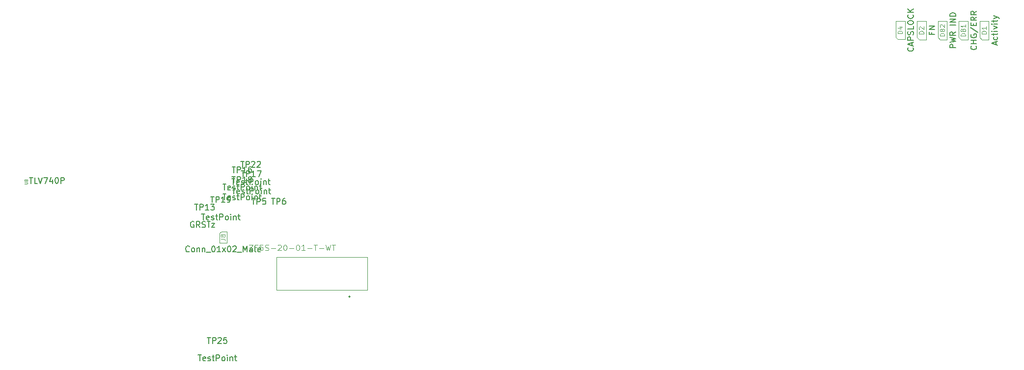
<source format=gbr>
%TF.GenerationSoftware,KiCad,Pcbnew,(5.99.0-9972-g9020611657)*%
%TF.CreationDate,2021-06-01T21:32:07-05:00*%
%TF.ProjectId,ti92revive,74693932-7265-4766-9976-652e6b696361,rev?*%
%TF.SameCoordinates,Original*%
%TF.FileFunction,AssemblyDrawing,Top*%
%FSLAX46Y46*%
G04 Gerber Fmt 4.6, Leading zero omitted, Abs format (unit mm)*
G04 Created by KiCad (PCBNEW (5.99.0-9972-g9020611657)) date 2021-06-01 21:32:07*
%MOMM*%
%LPD*%
G01*
G04 APERTURE LIST*
%ADD10C,0.015000*%
%ADD11C,0.150000*%
%ADD12C,0.114000*%
%ADD13C,0.120000*%
%ADD14C,0.075000*%
%ADD15C,0.200000*%
%ADD16C,0.100000*%
G04 APERTURE END LIST*
D10*
%TO.C,J6*%
X127629428Y-75572380D02*
X128296095Y-75572380D01*
X127629428Y-76572380D01*
X128296095Y-76572380D01*
X129010380Y-76048571D02*
X128677047Y-76048571D01*
X128677047Y-76572380D02*
X128677047Y-75572380D01*
X129153238Y-75572380D01*
X130010380Y-75572380D02*
X129534190Y-75572380D01*
X129486571Y-76048571D01*
X129534190Y-76000952D01*
X129629428Y-75953333D01*
X129867523Y-75953333D01*
X129962761Y-76000952D01*
X130010380Y-76048571D01*
X130058000Y-76143809D01*
X130058000Y-76381904D01*
X130010380Y-76477142D01*
X129962761Y-76524761D01*
X129867523Y-76572380D01*
X129629428Y-76572380D01*
X129534190Y-76524761D01*
X129486571Y-76477142D01*
X130438952Y-76524761D02*
X130581809Y-76572380D01*
X130819904Y-76572380D01*
X130915142Y-76524761D01*
X130962761Y-76477142D01*
X131010380Y-76381904D01*
X131010380Y-76286666D01*
X130962761Y-76191428D01*
X130915142Y-76143809D01*
X130819904Y-76096190D01*
X130629428Y-76048571D01*
X130534190Y-76000952D01*
X130486571Y-75953333D01*
X130438952Y-75858095D01*
X130438952Y-75762857D01*
X130486571Y-75667619D01*
X130534190Y-75620000D01*
X130629428Y-75572380D01*
X130867523Y-75572380D01*
X131010380Y-75620000D01*
X131438952Y-76191428D02*
X132200857Y-76191428D01*
X132629428Y-75667619D02*
X132677047Y-75620000D01*
X132772285Y-75572380D01*
X133010380Y-75572380D01*
X133105619Y-75620000D01*
X133153238Y-75667619D01*
X133200857Y-75762857D01*
X133200857Y-75858095D01*
X133153238Y-76000952D01*
X132581809Y-76572380D01*
X133200857Y-76572380D01*
X133819904Y-75572380D02*
X133915142Y-75572380D01*
X134010380Y-75620000D01*
X134058000Y-75667619D01*
X134105619Y-75762857D01*
X134153238Y-75953333D01*
X134153238Y-76191428D01*
X134105619Y-76381904D01*
X134058000Y-76477142D01*
X134010380Y-76524761D01*
X133915142Y-76572380D01*
X133819904Y-76572380D01*
X133724666Y-76524761D01*
X133677047Y-76477142D01*
X133629428Y-76381904D01*
X133581809Y-76191428D01*
X133581809Y-75953333D01*
X133629428Y-75762857D01*
X133677047Y-75667619D01*
X133724666Y-75620000D01*
X133819904Y-75572380D01*
X134581809Y-76191428D02*
X135343714Y-76191428D01*
X136010380Y-75572380D02*
X136105619Y-75572380D01*
X136200857Y-75620000D01*
X136248476Y-75667619D01*
X136296095Y-75762857D01*
X136343714Y-75953333D01*
X136343714Y-76191428D01*
X136296095Y-76381904D01*
X136248476Y-76477142D01*
X136200857Y-76524761D01*
X136105619Y-76572380D01*
X136010380Y-76572380D01*
X135915142Y-76524761D01*
X135867523Y-76477142D01*
X135819904Y-76381904D01*
X135772285Y-76191428D01*
X135772285Y-75953333D01*
X135819904Y-75762857D01*
X135867523Y-75667619D01*
X135915142Y-75620000D01*
X136010380Y-75572380D01*
X137296095Y-76572380D02*
X136724666Y-76572380D01*
X137010380Y-76572380D02*
X137010380Y-75572380D01*
X136915142Y-75715238D01*
X136819904Y-75810476D01*
X136724666Y-75858095D01*
X137724666Y-76191428D02*
X138486571Y-76191428D01*
X138819904Y-75572380D02*
X139391333Y-75572380D01*
X139105619Y-76572380D02*
X139105619Y-75572380D01*
X139724666Y-76191428D02*
X140486571Y-76191428D01*
X140867523Y-75572380D02*
X141105619Y-76572380D01*
X141296095Y-75858095D01*
X141486571Y-76572380D01*
X141724666Y-75572380D01*
X141962761Y-75572380D02*
X142534190Y-75572380D01*
X142248476Y-76572380D02*
X142248476Y-75572380D01*
D11*
%TO.C,J8*%
X117366666Y-76717142D02*
X117319047Y-76764761D01*
X117176190Y-76812380D01*
X117080952Y-76812380D01*
X116938095Y-76764761D01*
X116842857Y-76669523D01*
X116795238Y-76574285D01*
X116747619Y-76383809D01*
X116747619Y-76240952D01*
X116795238Y-76050476D01*
X116842857Y-75955238D01*
X116938095Y-75860000D01*
X117080952Y-75812380D01*
X117176190Y-75812380D01*
X117319047Y-75860000D01*
X117366666Y-75907619D01*
X117938095Y-76812380D02*
X117842857Y-76764761D01*
X117795238Y-76717142D01*
X117747619Y-76621904D01*
X117747619Y-76336190D01*
X117795238Y-76240952D01*
X117842857Y-76193333D01*
X117938095Y-76145714D01*
X118080952Y-76145714D01*
X118176190Y-76193333D01*
X118223809Y-76240952D01*
X118271428Y-76336190D01*
X118271428Y-76621904D01*
X118223809Y-76717142D01*
X118176190Y-76764761D01*
X118080952Y-76812380D01*
X117938095Y-76812380D01*
X118700000Y-76145714D02*
X118700000Y-76812380D01*
X118700000Y-76240952D02*
X118747619Y-76193333D01*
X118842857Y-76145714D01*
X118985714Y-76145714D01*
X119080952Y-76193333D01*
X119128571Y-76288571D01*
X119128571Y-76812380D01*
X119604761Y-76145714D02*
X119604761Y-76812380D01*
X119604761Y-76240952D02*
X119652380Y-76193333D01*
X119747619Y-76145714D01*
X119890476Y-76145714D01*
X119985714Y-76193333D01*
X120033333Y-76288571D01*
X120033333Y-76812380D01*
X120271428Y-76907619D02*
X121033333Y-76907619D01*
X121461904Y-75812380D02*
X121557142Y-75812380D01*
X121652380Y-75860000D01*
X121700000Y-75907619D01*
X121747619Y-76002857D01*
X121795238Y-76193333D01*
X121795238Y-76431428D01*
X121747619Y-76621904D01*
X121700000Y-76717142D01*
X121652380Y-76764761D01*
X121557142Y-76812380D01*
X121461904Y-76812380D01*
X121366666Y-76764761D01*
X121319047Y-76717142D01*
X121271428Y-76621904D01*
X121223809Y-76431428D01*
X121223809Y-76193333D01*
X121271428Y-76002857D01*
X121319047Y-75907619D01*
X121366666Y-75860000D01*
X121461904Y-75812380D01*
X122747619Y-76812380D02*
X122176190Y-76812380D01*
X122461904Y-76812380D02*
X122461904Y-75812380D01*
X122366666Y-75955238D01*
X122271428Y-76050476D01*
X122176190Y-76098095D01*
X123080952Y-76812380D02*
X123604761Y-76145714D01*
X123080952Y-76145714D02*
X123604761Y-76812380D01*
X124176190Y-75812380D02*
X124271428Y-75812380D01*
X124366666Y-75860000D01*
X124414285Y-75907619D01*
X124461904Y-76002857D01*
X124509523Y-76193333D01*
X124509523Y-76431428D01*
X124461904Y-76621904D01*
X124414285Y-76717142D01*
X124366666Y-76764761D01*
X124271428Y-76812380D01*
X124176190Y-76812380D01*
X124080952Y-76764761D01*
X124033333Y-76717142D01*
X123985714Y-76621904D01*
X123938095Y-76431428D01*
X123938095Y-76193333D01*
X123985714Y-76002857D01*
X124033333Y-75907619D01*
X124080952Y-75860000D01*
X124176190Y-75812380D01*
X124890476Y-75907619D02*
X124938095Y-75860000D01*
X125033333Y-75812380D01*
X125271428Y-75812380D01*
X125366666Y-75860000D01*
X125414285Y-75907619D01*
X125461904Y-76002857D01*
X125461904Y-76098095D01*
X125414285Y-76240952D01*
X124842857Y-76812380D01*
X125461904Y-76812380D01*
X125652380Y-76907619D02*
X126414285Y-76907619D01*
X126652380Y-76812380D02*
X126652380Y-75812380D01*
X126985714Y-76526666D01*
X127319047Y-75812380D01*
X127319047Y-76812380D01*
X128223809Y-76812380D02*
X128223809Y-76288571D01*
X128176190Y-76193333D01*
X128080952Y-76145714D01*
X127890476Y-76145714D01*
X127795238Y-76193333D01*
X128223809Y-76764761D02*
X128128571Y-76812380D01*
X127890476Y-76812380D01*
X127795238Y-76764761D01*
X127747619Y-76669523D01*
X127747619Y-76574285D01*
X127795238Y-76479047D01*
X127890476Y-76431428D01*
X128128571Y-76431428D01*
X128223809Y-76383809D01*
X128842857Y-76812380D02*
X128747619Y-76764761D01*
X128700000Y-76669523D01*
X128700000Y-75812380D01*
X129604761Y-76764761D02*
X129509523Y-76812380D01*
X129319047Y-76812380D01*
X129223809Y-76764761D01*
X129176190Y-76669523D01*
X129176190Y-76288571D01*
X129223809Y-76193333D01*
X129319047Y-76145714D01*
X129509523Y-76145714D01*
X129604761Y-76193333D01*
X129652380Y-76288571D01*
X129652380Y-76383809D01*
X129176190Y-76479047D01*
D12*
X122783809Y-74553333D02*
X123326666Y-74553333D01*
X123435238Y-74589523D01*
X123507619Y-74661904D01*
X123543809Y-74770476D01*
X123543809Y-74842857D01*
X123109523Y-74082857D02*
X123073333Y-74155238D01*
X123037142Y-74191428D01*
X122964761Y-74227619D01*
X122928571Y-74227619D01*
X122856190Y-74191428D01*
X122820000Y-74155238D01*
X122783809Y-74082857D01*
X122783809Y-73938095D01*
X122820000Y-73865714D01*
X122856190Y-73829523D01*
X122928571Y-73793333D01*
X122964761Y-73793333D01*
X123037142Y-73829523D01*
X123073333Y-73865714D01*
X123109523Y-73938095D01*
X123109523Y-74082857D01*
X123145714Y-74155238D01*
X123181904Y-74191428D01*
X123254285Y-74227619D01*
X123399047Y-74227619D01*
X123471428Y-74191428D01*
X123507619Y-74155238D01*
X123543809Y-74082857D01*
X123543809Y-73938095D01*
X123507619Y-73865714D01*
X123471428Y-73829523D01*
X123399047Y-73793333D01*
X123254285Y-73793333D01*
X123181904Y-73829523D01*
X123145714Y-73865714D01*
X123109523Y-73938095D01*
D11*
%TO.C,TP22*%
X124646666Y-64202380D02*
X125218095Y-64202380D01*
X124932380Y-65202380D02*
X124932380Y-64202380D01*
X125932380Y-65154761D02*
X125837142Y-65202380D01*
X125646666Y-65202380D01*
X125551428Y-65154761D01*
X125503809Y-65059523D01*
X125503809Y-64678571D01*
X125551428Y-64583333D01*
X125646666Y-64535714D01*
X125837142Y-64535714D01*
X125932380Y-64583333D01*
X125980000Y-64678571D01*
X125980000Y-64773809D01*
X125503809Y-64869047D01*
X126360952Y-65154761D02*
X126456190Y-65202380D01*
X126646666Y-65202380D01*
X126741904Y-65154761D01*
X126789523Y-65059523D01*
X126789523Y-65011904D01*
X126741904Y-64916666D01*
X126646666Y-64869047D01*
X126503809Y-64869047D01*
X126408571Y-64821428D01*
X126360952Y-64726190D01*
X126360952Y-64678571D01*
X126408571Y-64583333D01*
X126503809Y-64535714D01*
X126646666Y-64535714D01*
X126741904Y-64583333D01*
X127075238Y-64535714D02*
X127456190Y-64535714D01*
X127218095Y-64202380D02*
X127218095Y-65059523D01*
X127265714Y-65154761D01*
X127360952Y-65202380D01*
X127456190Y-65202380D01*
X127789523Y-65202380D02*
X127789523Y-64202380D01*
X128170476Y-64202380D01*
X128265714Y-64250000D01*
X128313333Y-64297619D01*
X128360952Y-64392857D01*
X128360952Y-64535714D01*
X128313333Y-64630952D01*
X128265714Y-64678571D01*
X128170476Y-64726190D01*
X127789523Y-64726190D01*
X128932380Y-65202380D02*
X128837142Y-65154761D01*
X128789523Y-65107142D01*
X128741904Y-65011904D01*
X128741904Y-64726190D01*
X128789523Y-64630952D01*
X128837142Y-64583333D01*
X128932380Y-64535714D01*
X129075238Y-64535714D01*
X129170476Y-64583333D01*
X129218095Y-64630952D01*
X129265714Y-64726190D01*
X129265714Y-65011904D01*
X129218095Y-65107142D01*
X129170476Y-65154761D01*
X129075238Y-65202380D01*
X128932380Y-65202380D01*
X129694285Y-65202380D02*
X129694285Y-64535714D01*
X129694285Y-64202380D02*
X129646666Y-64250000D01*
X129694285Y-64297619D01*
X129741904Y-64250000D01*
X129694285Y-64202380D01*
X129694285Y-64297619D01*
X130170476Y-64535714D02*
X130170476Y-65202380D01*
X130170476Y-64630952D02*
X130218095Y-64583333D01*
X130313333Y-64535714D01*
X130456190Y-64535714D01*
X130551428Y-64583333D01*
X130599047Y-64678571D01*
X130599047Y-65202380D01*
X130932380Y-64535714D02*
X131313333Y-64535714D01*
X131075238Y-64202380D02*
X131075238Y-65059523D01*
X131122857Y-65154761D01*
X131218095Y-65202380D01*
X131313333Y-65202380D01*
X126241904Y-61202380D02*
X126813333Y-61202380D01*
X126527619Y-62202380D02*
X126527619Y-61202380D01*
X127146666Y-62202380D02*
X127146666Y-61202380D01*
X127527619Y-61202380D01*
X127622857Y-61250000D01*
X127670476Y-61297619D01*
X127718095Y-61392857D01*
X127718095Y-61535714D01*
X127670476Y-61630952D01*
X127622857Y-61678571D01*
X127527619Y-61726190D01*
X127146666Y-61726190D01*
X128099047Y-61297619D02*
X128146666Y-61250000D01*
X128241904Y-61202380D01*
X128480000Y-61202380D01*
X128575238Y-61250000D01*
X128622857Y-61297619D01*
X128670476Y-61392857D01*
X128670476Y-61488095D01*
X128622857Y-61630952D01*
X128051428Y-62202380D01*
X128670476Y-62202380D01*
X129051428Y-61297619D02*
X129099047Y-61250000D01*
X129194285Y-61202380D01*
X129432380Y-61202380D01*
X129527619Y-61250000D01*
X129575238Y-61297619D01*
X129622857Y-61392857D01*
X129622857Y-61488095D01*
X129575238Y-61630952D01*
X129003809Y-62202380D01*
X129622857Y-62202380D01*
%TO.C,TP17*%
X124716666Y-65802380D02*
X125288095Y-65802380D01*
X125002380Y-66802380D02*
X125002380Y-65802380D01*
X126002380Y-66754761D02*
X125907142Y-66802380D01*
X125716666Y-66802380D01*
X125621428Y-66754761D01*
X125573809Y-66659523D01*
X125573809Y-66278571D01*
X125621428Y-66183333D01*
X125716666Y-66135714D01*
X125907142Y-66135714D01*
X126002380Y-66183333D01*
X126050000Y-66278571D01*
X126050000Y-66373809D01*
X125573809Y-66469047D01*
X126430952Y-66754761D02*
X126526190Y-66802380D01*
X126716666Y-66802380D01*
X126811904Y-66754761D01*
X126859523Y-66659523D01*
X126859523Y-66611904D01*
X126811904Y-66516666D01*
X126716666Y-66469047D01*
X126573809Y-66469047D01*
X126478571Y-66421428D01*
X126430952Y-66326190D01*
X126430952Y-66278571D01*
X126478571Y-66183333D01*
X126573809Y-66135714D01*
X126716666Y-66135714D01*
X126811904Y-66183333D01*
X127145238Y-66135714D02*
X127526190Y-66135714D01*
X127288095Y-65802380D02*
X127288095Y-66659523D01*
X127335714Y-66754761D01*
X127430952Y-66802380D01*
X127526190Y-66802380D01*
X127859523Y-66802380D02*
X127859523Y-65802380D01*
X128240476Y-65802380D01*
X128335714Y-65850000D01*
X128383333Y-65897619D01*
X128430952Y-65992857D01*
X128430952Y-66135714D01*
X128383333Y-66230952D01*
X128335714Y-66278571D01*
X128240476Y-66326190D01*
X127859523Y-66326190D01*
X129002380Y-66802380D02*
X128907142Y-66754761D01*
X128859523Y-66707142D01*
X128811904Y-66611904D01*
X128811904Y-66326190D01*
X128859523Y-66230952D01*
X128907142Y-66183333D01*
X129002380Y-66135714D01*
X129145238Y-66135714D01*
X129240476Y-66183333D01*
X129288095Y-66230952D01*
X129335714Y-66326190D01*
X129335714Y-66611904D01*
X129288095Y-66707142D01*
X129240476Y-66754761D01*
X129145238Y-66802380D01*
X129002380Y-66802380D01*
X129764285Y-66802380D02*
X129764285Y-66135714D01*
X129764285Y-65802380D02*
X129716666Y-65850000D01*
X129764285Y-65897619D01*
X129811904Y-65850000D01*
X129764285Y-65802380D01*
X129764285Y-65897619D01*
X130240476Y-66135714D02*
X130240476Y-66802380D01*
X130240476Y-66230952D02*
X130288095Y-66183333D01*
X130383333Y-66135714D01*
X130526190Y-66135714D01*
X130621428Y-66183333D01*
X130669047Y-66278571D01*
X130669047Y-66802380D01*
X131002380Y-66135714D02*
X131383333Y-66135714D01*
X131145238Y-65802380D02*
X131145238Y-66659523D01*
X131192857Y-66754761D01*
X131288095Y-66802380D01*
X131383333Y-66802380D01*
X126311904Y-62802380D02*
X126883333Y-62802380D01*
X126597619Y-63802380D02*
X126597619Y-62802380D01*
X127216666Y-63802380D02*
X127216666Y-62802380D01*
X127597619Y-62802380D01*
X127692857Y-62850000D01*
X127740476Y-62897619D01*
X127788095Y-62992857D01*
X127788095Y-63135714D01*
X127740476Y-63230952D01*
X127692857Y-63278571D01*
X127597619Y-63326190D01*
X127216666Y-63326190D01*
X128740476Y-63802380D02*
X128169047Y-63802380D01*
X128454761Y-63802380D02*
X128454761Y-62802380D01*
X128359523Y-62945238D01*
X128264285Y-63040476D01*
X128169047Y-63088095D01*
X129073809Y-62802380D02*
X129740476Y-62802380D01*
X129311904Y-63802380D01*
%TO.C,D2*%
X245348571Y-38980952D02*
X245348571Y-39314285D01*
X245872380Y-39314285D02*
X244872380Y-39314285D01*
X244872380Y-38838095D01*
X245872380Y-38457142D02*
X244872380Y-38457142D01*
X245872380Y-37885714D01*
X244872380Y-37885714D01*
D13*
X243961904Y-39190476D02*
X243161904Y-39190476D01*
X243161904Y-39000000D01*
X243200000Y-38885714D01*
X243276190Y-38809523D01*
X243352380Y-38771428D01*
X243504761Y-38733333D01*
X243619047Y-38733333D01*
X243771428Y-38771428D01*
X243847619Y-38809523D01*
X243923809Y-38885714D01*
X243961904Y-39000000D01*
X243961904Y-39190476D01*
X243238095Y-38428571D02*
X243200000Y-38390476D01*
X243161904Y-38314285D01*
X243161904Y-38123809D01*
X243200000Y-38047619D01*
X243238095Y-38009523D01*
X243314285Y-37971428D01*
X243390476Y-37971428D01*
X243504761Y-38009523D01*
X243961904Y-38466666D01*
X243961904Y-37971428D01*
D11*
%TO.C,TP16*%
X123136666Y-65132380D02*
X123708095Y-65132380D01*
X123422380Y-66132380D02*
X123422380Y-65132380D01*
X124422380Y-66084761D02*
X124327142Y-66132380D01*
X124136666Y-66132380D01*
X124041428Y-66084761D01*
X123993809Y-65989523D01*
X123993809Y-65608571D01*
X124041428Y-65513333D01*
X124136666Y-65465714D01*
X124327142Y-65465714D01*
X124422380Y-65513333D01*
X124470000Y-65608571D01*
X124470000Y-65703809D01*
X123993809Y-65799047D01*
X124850952Y-66084761D02*
X124946190Y-66132380D01*
X125136666Y-66132380D01*
X125231904Y-66084761D01*
X125279523Y-65989523D01*
X125279523Y-65941904D01*
X125231904Y-65846666D01*
X125136666Y-65799047D01*
X124993809Y-65799047D01*
X124898571Y-65751428D01*
X124850952Y-65656190D01*
X124850952Y-65608571D01*
X124898571Y-65513333D01*
X124993809Y-65465714D01*
X125136666Y-65465714D01*
X125231904Y-65513333D01*
X125565238Y-65465714D02*
X125946190Y-65465714D01*
X125708095Y-65132380D02*
X125708095Y-65989523D01*
X125755714Y-66084761D01*
X125850952Y-66132380D01*
X125946190Y-66132380D01*
X126279523Y-66132380D02*
X126279523Y-65132380D01*
X126660476Y-65132380D01*
X126755714Y-65180000D01*
X126803333Y-65227619D01*
X126850952Y-65322857D01*
X126850952Y-65465714D01*
X126803333Y-65560952D01*
X126755714Y-65608571D01*
X126660476Y-65656190D01*
X126279523Y-65656190D01*
X127422380Y-66132380D02*
X127327142Y-66084761D01*
X127279523Y-66037142D01*
X127231904Y-65941904D01*
X127231904Y-65656190D01*
X127279523Y-65560952D01*
X127327142Y-65513333D01*
X127422380Y-65465714D01*
X127565238Y-65465714D01*
X127660476Y-65513333D01*
X127708095Y-65560952D01*
X127755714Y-65656190D01*
X127755714Y-65941904D01*
X127708095Y-66037142D01*
X127660476Y-66084761D01*
X127565238Y-66132380D01*
X127422380Y-66132380D01*
X128184285Y-66132380D02*
X128184285Y-65465714D01*
X128184285Y-65132380D02*
X128136666Y-65180000D01*
X128184285Y-65227619D01*
X128231904Y-65180000D01*
X128184285Y-65132380D01*
X128184285Y-65227619D01*
X128660476Y-65465714D02*
X128660476Y-66132380D01*
X128660476Y-65560952D02*
X128708095Y-65513333D01*
X128803333Y-65465714D01*
X128946190Y-65465714D01*
X129041428Y-65513333D01*
X129089047Y-65608571D01*
X129089047Y-66132380D01*
X129422380Y-65465714D02*
X129803333Y-65465714D01*
X129565238Y-65132380D02*
X129565238Y-65989523D01*
X129612857Y-66084761D01*
X129708095Y-66132380D01*
X129803333Y-66132380D01*
X124731904Y-62132380D02*
X125303333Y-62132380D01*
X125017619Y-63132380D02*
X125017619Y-62132380D01*
X125636666Y-63132380D02*
X125636666Y-62132380D01*
X126017619Y-62132380D01*
X126112857Y-62180000D01*
X126160476Y-62227619D01*
X126208095Y-62322857D01*
X126208095Y-62465714D01*
X126160476Y-62560952D01*
X126112857Y-62608571D01*
X126017619Y-62656190D01*
X125636666Y-62656190D01*
X127160476Y-63132380D02*
X126589047Y-63132380D01*
X126874761Y-63132380D02*
X126874761Y-62132380D01*
X126779523Y-62275238D01*
X126684285Y-62370476D01*
X126589047Y-62418095D01*
X128017619Y-62132380D02*
X127827142Y-62132380D01*
X127731904Y-62180000D01*
X127684285Y-62227619D01*
X127589047Y-62370476D01*
X127541428Y-62560952D01*
X127541428Y-62941904D01*
X127589047Y-63037142D01*
X127636666Y-63084761D01*
X127731904Y-63132380D01*
X127922380Y-63132380D01*
X128017619Y-63084761D01*
X128065238Y-63037142D01*
X128112857Y-62941904D01*
X128112857Y-62703809D01*
X128065238Y-62608571D01*
X128017619Y-62560952D01*
X127922380Y-62513333D01*
X127731904Y-62513333D01*
X127636666Y-62560952D01*
X127589047Y-62608571D01*
X127541428Y-62703809D01*
%TO.C,TP5*%
X128138095Y-67602380D02*
X128709523Y-67602380D01*
X128423809Y-68602380D02*
X128423809Y-67602380D01*
X129042857Y-68602380D02*
X129042857Y-67602380D01*
X129423809Y-67602380D01*
X129519047Y-67650000D01*
X129566666Y-67697619D01*
X129614285Y-67792857D01*
X129614285Y-67935714D01*
X129566666Y-68030952D01*
X129519047Y-68078571D01*
X129423809Y-68126190D01*
X129042857Y-68126190D01*
X130519047Y-67602380D02*
X130042857Y-67602380D01*
X129995238Y-68078571D01*
X130042857Y-68030952D01*
X130138095Y-67983333D01*
X130376190Y-67983333D01*
X130471428Y-68030952D01*
X130519047Y-68078571D01*
X130566666Y-68173809D01*
X130566666Y-68411904D01*
X130519047Y-68507142D01*
X130471428Y-68554761D01*
X130376190Y-68602380D01*
X130138095Y-68602380D01*
X130042857Y-68554761D01*
X129995238Y-68507142D01*
%TO.C,D82*%
X249472380Y-41576190D02*
X248472380Y-41576190D01*
X248472380Y-41195238D01*
X248520000Y-41100000D01*
X248567619Y-41052380D01*
X248662857Y-41004761D01*
X248805714Y-41004761D01*
X248900952Y-41052380D01*
X248948571Y-41100000D01*
X248996190Y-41195238D01*
X248996190Y-41576190D01*
X248472380Y-40671428D02*
X249472380Y-40433333D01*
X248758095Y-40242857D01*
X249472380Y-40052380D01*
X248472380Y-39814285D01*
X249472380Y-38861904D02*
X248996190Y-39195238D01*
X249472380Y-39433333D02*
X248472380Y-39433333D01*
X248472380Y-39052380D01*
X248520000Y-38957142D01*
X248567619Y-38909523D01*
X248662857Y-38861904D01*
X248805714Y-38861904D01*
X248900952Y-38909523D01*
X248948571Y-38957142D01*
X248996190Y-39052380D01*
X248996190Y-39433333D01*
X249472380Y-37671428D02*
X248472380Y-37671428D01*
X249472380Y-37195238D02*
X248472380Y-37195238D01*
X249472380Y-36623809D01*
X248472380Y-36623809D01*
X249472380Y-36147619D02*
X248472380Y-36147619D01*
X248472380Y-35909523D01*
X248520000Y-35766666D01*
X248615238Y-35671428D01*
X248710476Y-35623809D01*
X248900952Y-35576190D01*
X249043809Y-35576190D01*
X249234285Y-35623809D01*
X249329523Y-35671428D01*
X249424761Y-35766666D01*
X249472380Y-35909523D01*
X249472380Y-36147619D01*
D13*
X247561904Y-39571428D02*
X246761904Y-39571428D01*
X246761904Y-39380952D01*
X246800000Y-39266666D01*
X246876190Y-39190476D01*
X246952380Y-39152380D01*
X247104761Y-39114285D01*
X247219047Y-39114285D01*
X247371428Y-39152380D01*
X247447619Y-39190476D01*
X247523809Y-39266666D01*
X247561904Y-39380952D01*
X247561904Y-39571428D01*
X247104761Y-38657142D02*
X247066666Y-38733333D01*
X247028571Y-38771428D01*
X246952380Y-38809523D01*
X246914285Y-38809523D01*
X246838095Y-38771428D01*
X246800000Y-38733333D01*
X246761904Y-38657142D01*
X246761904Y-38504761D01*
X246800000Y-38428571D01*
X246838095Y-38390476D01*
X246914285Y-38352380D01*
X246952380Y-38352380D01*
X247028571Y-38390476D01*
X247066666Y-38428571D01*
X247104761Y-38504761D01*
X247104761Y-38657142D01*
X247142857Y-38733333D01*
X247180952Y-38771428D01*
X247257142Y-38809523D01*
X247409523Y-38809523D01*
X247485714Y-38771428D01*
X247523809Y-38733333D01*
X247561904Y-38657142D01*
X247561904Y-38504761D01*
X247523809Y-38428571D01*
X247485714Y-38390476D01*
X247409523Y-38352380D01*
X247257142Y-38352380D01*
X247180952Y-38390476D01*
X247142857Y-38428571D01*
X247104761Y-38504761D01*
X246838095Y-38047619D02*
X246800000Y-38009523D01*
X246761904Y-37933333D01*
X246761904Y-37742857D01*
X246800000Y-37666666D01*
X246838095Y-37628571D01*
X246914285Y-37590476D01*
X246990476Y-37590476D01*
X247104761Y-37628571D01*
X247561904Y-38085714D01*
X247561904Y-37590476D01*
D11*
%TO.C,TP25*%
X118866666Y-94602380D02*
X119438095Y-94602380D01*
X119152380Y-95602380D02*
X119152380Y-94602380D01*
X120152380Y-95554761D02*
X120057142Y-95602380D01*
X119866666Y-95602380D01*
X119771428Y-95554761D01*
X119723809Y-95459523D01*
X119723809Y-95078571D01*
X119771428Y-94983333D01*
X119866666Y-94935714D01*
X120057142Y-94935714D01*
X120152380Y-94983333D01*
X120200000Y-95078571D01*
X120200000Y-95173809D01*
X119723809Y-95269047D01*
X120580952Y-95554761D02*
X120676190Y-95602380D01*
X120866666Y-95602380D01*
X120961904Y-95554761D01*
X121009523Y-95459523D01*
X121009523Y-95411904D01*
X120961904Y-95316666D01*
X120866666Y-95269047D01*
X120723809Y-95269047D01*
X120628571Y-95221428D01*
X120580952Y-95126190D01*
X120580952Y-95078571D01*
X120628571Y-94983333D01*
X120723809Y-94935714D01*
X120866666Y-94935714D01*
X120961904Y-94983333D01*
X121295238Y-94935714D02*
X121676190Y-94935714D01*
X121438095Y-94602380D02*
X121438095Y-95459523D01*
X121485714Y-95554761D01*
X121580952Y-95602380D01*
X121676190Y-95602380D01*
X122009523Y-95602380D02*
X122009523Y-94602380D01*
X122390476Y-94602380D01*
X122485714Y-94650000D01*
X122533333Y-94697619D01*
X122580952Y-94792857D01*
X122580952Y-94935714D01*
X122533333Y-95030952D01*
X122485714Y-95078571D01*
X122390476Y-95126190D01*
X122009523Y-95126190D01*
X123152380Y-95602380D02*
X123057142Y-95554761D01*
X123009523Y-95507142D01*
X122961904Y-95411904D01*
X122961904Y-95126190D01*
X123009523Y-95030952D01*
X123057142Y-94983333D01*
X123152380Y-94935714D01*
X123295238Y-94935714D01*
X123390476Y-94983333D01*
X123438095Y-95030952D01*
X123485714Y-95126190D01*
X123485714Y-95411904D01*
X123438095Y-95507142D01*
X123390476Y-95554761D01*
X123295238Y-95602380D01*
X123152380Y-95602380D01*
X123914285Y-95602380D02*
X123914285Y-94935714D01*
X123914285Y-94602380D02*
X123866666Y-94650000D01*
X123914285Y-94697619D01*
X123961904Y-94650000D01*
X123914285Y-94602380D01*
X123914285Y-94697619D01*
X124390476Y-94935714D02*
X124390476Y-95602380D01*
X124390476Y-95030952D02*
X124438095Y-94983333D01*
X124533333Y-94935714D01*
X124676190Y-94935714D01*
X124771428Y-94983333D01*
X124819047Y-95078571D01*
X124819047Y-95602380D01*
X125152380Y-94935714D02*
X125533333Y-94935714D01*
X125295238Y-94602380D02*
X125295238Y-95459523D01*
X125342857Y-95554761D01*
X125438095Y-95602380D01*
X125533333Y-95602380D01*
X120461904Y-91602380D02*
X121033333Y-91602380D01*
X120747619Y-92602380D02*
X120747619Y-91602380D01*
X121366666Y-92602380D02*
X121366666Y-91602380D01*
X121747619Y-91602380D01*
X121842857Y-91650000D01*
X121890476Y-91697619D01*
X121938095Y-91792857D01*
X121938095Y-91935714D01*
X121890476Y-92030952D01*
X121842857Y-92078571D01*
X121747619Y-92126190D01*
X121366666Y-92126190D01*
X122319047Y-91697619D02*
X122366666Y-91650000D01*
X122461904Y-91602380D01*
X122700000Y-91602380D01*
X122795238Y-91650000D01*
X122842857Y-91697619D01*
X122890476Y-91792857D01*
X122890476Y-91888095D01*
X122842857Y-92030952D01*
X122271428Y-92602380D01*
X122890476Y-92602380D01*
X123795238Y-91602380D02*
X123319047Y-91602380D01*
X123271428Y-92078571D01*
X123319047Y-92030952D01*
X123414285Y-91983333D01*
X123652380Y-91983333D01*
X123747619Y-92030952D01*
X123795238Y-92078571D01*
X123842857Y-92173809D01*
X123842857Y-92411904D01*
X123795238Y-92507142D01*
X123747619Y-92554761D01*
X123652380Y-92602380D01*
X123414285Y-92602380D01*
X123319047Y-92554761D01*
X123271428Y-92507142D01*
%TO.C,TP6*%
X131538095Y-67602380D02*
X132109523Y-67602380D01*
X131823809Y-68602380D02*
X131823809Y-67602380D01*
X132442857Y-68602380D02*
X132442857Y-67602380D01*
X132823809Y-67602380D01*
X132919047Y-67650000D01*
X132966666Y-67697619D01*
X133014285Y-67792857D01*
X133014285Y-67935714D01*
X132966666Y-68030952D01*
X132919047Y-68078571D01*
X132823809Y-68126190D01*
X132442857Y-68126190D01*
X133871428Y-67602380D02*
X133680952Y-67602380D01*
X133585714Y-67650000D01*
X133538095Y-67697619D01*
X133442857Y-67840476D01*
X133395238Y-68030952D01*
X133395238Y-68411904D01*
X133442857Y-68507142D01*
X133490476Y-68554761D01*
X133585714Y-68602380D01*
X133776190Y-68602380D01*
X133871428Y-68554761D01*
X133919047Y-68507142D01*
X133966666Y-68411904D01*
X133966666Y-68173809D01*
X133919047Y-68078571D01*
X133871428Y-68030952D01*
X133776190Y-67983333D01*
X133585714Y-67983333D01*
X133490476Y-68030952D01*
X133442857Y-68078571D01*
X133395238Y-68173809D01*
%TO.C,D4*%
X242107142Y-41583809D02*
X242154761Y-41631428D01*
X242202380Y-41774285D01*
X242202380Y-41869523D01*
X242154761Y-42012380D01*
X242059523Y-42107619D01*
X241964285Y-42155238D01*
X241773809Y-42202857D01*
X241630952Y-42202857D01*
X241440476Y-42155238D01*
X241345238Y-42107619D01*
X241250000Y-42012380D01*
X241202380Y-41869523D01*
X241202380Y-41774285D01*
X241250000Y-41631428D01*
X241297619Y-41583809D01*
X241916666Y-41202857D02*
X241916666Y-40726666D01*
X242202380Y-41298095D02*
X241202380Y-40964761D01*
X242202380Y-40631428D01*
X242202380Y-40298095D02*
X241202380Y-40298095D01*
X241202380Y-39917142D01*
X241250000Y-39821904D01*
X241297619Y-39774285D01*
X241392857Y-39726666D01*
X241535714Y-39726666D01*
X241630952Y-39774285D01*
X241678571Y-39821904D01*
X241726190Y-39917142D01*
X241726190Y-40298095D01*
X242154761Y-39345714D02*
X242202380Y-39202857D01*
X242202380Y-38964761D01*
X242154761Y-38869523D01*
X242107142Y-38821904D01*
X242011904Y-38774285D01*
X241916666Y-38774285D01*
X241821428Y-38821904D01*
X241773809Y-38869523D01*
X241726190Y-38964761D01*
X241678571Y-39155238D01*
X241630952Y-39250476D01*
X241583333Y-39298095D01*
X241488095Y-39345714D01*
X241392857Y-39345714D01*
X241297619Y-39298095D01*
X241250000Y-39250476D01*
X241202380Y-39155238D01*
X241202380Y-38917142D01*
X241250000Y-38774285D01*
X242202380Y-37869523D02*
X242202380Y-38345714D01*
X241202380Y-38345714D01*
X241202380Y-37345714D02*
X241202380Y-37155238D01*
X241250000Y-37060000D01*
X241345238Y-36964761D01*
X241535714Y-36917142D01*
X241869047Y-36917142D01*
X242059523Y-36964761D01*
X242154761Y-37060000D01*
X242202380Y-37155238D01*
X242202380Y-37345714D01*
X242154761Y-37440952D01*
X242059523Y-37536190D01*
X241869047Y-37583809D01*
X241535714Y-37583809D01*
X241345238Y-37536190D01*
X241250000Y-37440952D01*
X241202380Y-37345714D01*
X242107142Y-35917142D02*
X242154761Y-35964761D01*
X242202380Y-36107619D01*
X242202380Y-36202857D01*
X242154761Y-36345714D01*
X242059523Y-36440952D01*
X241964285Y-36488571D01*
X241773809Y-36536190D01*
X241630952Y-36536190D01*
X241440476Y-36488571D01*
X241345238Y-36440952D01*
X241250000Y-36345714D01*
X241202380Y-36202857D01*
X241202380Y-36107619D01*
X241250000Y-35964761D01*
X241297619Y-35917142D01*
X242202380Y-35488571D02*
X241202380Y-35488571D01*
X242202380Y-34917142D02*
X241630952Y-35345714D01*
X241202380Y-34917142D02*
X241773809Y-35488571D01*
D13*
X240291904Y-39150476D02*
X239491904Y-39150476D01*
X239491904Y-38960000D01*
X239530000Y-38845714D01*
X239606190Y-38769523D01*
X239682380Y-38731428D01*
X239834761Y-38693333D01*
X239949047Y-38693333D01*
X240101428Y-38731428D01*
X240177619Y-38769523D01*
X240253809Y-38845714D01*
X240291904Y-38960000D01*
X240291904Y-39150476D01*
X239758571Y-38007619D02*
X240291904Y-38007619D01*
X239453809Y-38198095D02*
X240025238Y-38388571D01*
X240025238Y-37893333D01*
D11*
%TO.C,D1*%
X256386666Y-41076190D02*
X256386666Y-40600000D01*
X256672380Y-41171428D02*
X255672380Y-40838095D01*
X256672380Y-40504761D01*
X256624761Y-39742857D02*
X256672380Y-39838095D01*
X256672380Y-40028571D01*
X256624761Y-40123809D01*
X256577142Y-40171428D01*
X256481904Y-40219047D01*
X256196190Y-40219047D01*
X256100952Y-40171428D01*
X256053333Y-40123809D01*
X256005714Y-40028571D01*
X256005714Y-39838095D01*
X256053333Y-39742857D01*
X256005714Y-39457142D02*
X256005714Y-39076190D01*
X255672380Y-39314285D02*
X256529523Y-39314285D01*
X256624761Y-39266666D01*
X256672380Y-39171428D01*
X256672380Y-39076190D01*
X256672380Y-38742857D02*
X256005714Y-38742857D01*
X255672380Y-38742857D02*
X255720000Y-38790476D01*
X255767619Y-38742857D01*
X255720000Y-38695238D01*
X255672380Y-38742857D01*
X255767619Y-38742857D01*
X256005714Y-38361904D02*
X256672380Y-38123809D01*
X256005714Y-37885714D01*
X256672380Y-37504761D02*
X256005714Y-37504761D01*
X255672380Y-37504761D02*
X255720000Y-37552380D01*
X255767619Y-37504761D01*
X255720000Y-37457142D01*
X255672380Y-37504761D01*
X255767619Y-37504761D01*
X256005714Y-37171428D02*
X256005714Y-36790476D01*
X255672380Y-37028571D02*
X256529523Y-37028571D01*
X256624761Y-36980952D01*
X256672380Y-36885714D01*
X256672380Y-36790476D01*
X256005714Y-36552380D02*
X256672380Y-36314285D01*
X256005714Y-36076190D02*
X256672380Y-36314285D01*
X256910476Y-36409523D01*
X256958095Y-36457142D01*
X257005714Y-36552380D01*
D13*
X254761904Y-39190476D02*
X253961904Y-39190476D01*
X253961904Y-39000000D01*
X254000000Y-38885714D01*
X254076190Y-38809523D01*
X254152380Y-38771428D01*
X254304761Y-38733333D01*
X254419047Y-38733333D01*
X254571428Y-38771428D01*
X254647619Y-38809523D01*
X254723809Y-38885714D01*
X254761904Y-39000000D01*
X254761904Y-39190476D01*
X254761904Y-37971428D02*
X254761904Y-38428571D01*
X254761904Y-38200000D02*
X253961904Y-38200000D01*
X254076190Y-38276190D01*
X254152380Y-38352380D01*
X254190476Y-38428571D01*
D11*
%TO.C,TP19*%
X119456666Y-70282380D02*
X120028095Y-70282380D01*
X119742380Y-71282380D02*
X119742380Y-70282380D01*
X120742380Y-71234761D02*
X120647142Y-71282380D01*
X120456666Y-71282380D01*
X120361428Y-71234761D01*
X120313809Y-71139523D01*
X120313809Y-70758571D01*
X120361428Y-70663333D01*
X120456666Y-70615714D01*
X120647142Y-70615714D01*
X120742380Y-70663333D01*
X120790000Y-70758571D01*
X120790000Y-70853809D01*
X120313809Y-70949047D01*
X121170952Y-71234761D02*
X121266190Y-71282380D01*
X121456666Y-71282380D01*
X121551904Y-71234761D01*
X121599523Y-71139523D01*
X121599523Y-71091904D01*
X121551904Y-70996666D01*
X121456666Y-70949047D01*
X121313809Y-70949047D01*
X121218571Y-70901428D01*
X121170952Y-70806190D01*
X121170952Y-70758571D01*
X121218571Y-70663333D01*
X121313809Y-70615714D01*
X121456666Y-70615714D01*
X121551904Y-70663333D01*
X121885238Y-70615714D02*
X122266190Y-70615714D01*
X122028095Y-70282380D02*
X122028095Y-71139523D01*
X122075714Y-71234761D01*
X122170952Y-71282380D01*
X122266190Y-71282380D01*
X122599523Y-71282380D02*
X122599523Y-70282380D01*
X122980476Y-70282380D01*
X123075714Y-70330000D01*
X123123333Y-70377619D01*
X123170952Y-70472857D01*
X123170952Y-70615714D01*
X123123333Y-70710952D01*
X123075714Y-70758571D01*
X122980476Y-70806190D01*
X122599523Y-70806190D01*
X123742380Y-71282380D02*
X123647142Y-71234761D01*
X123599523Y-71187142D01*
X123551904Y-71091904D01*
X123551904Y-70806190D01*
X123599523Y-70710952D01*
X123647142Y-70663333D01*
X123742380Y-70615714D01*
X123885238Y-70615714D01*
X123980476Y-70663333D01*
X124028095Y-70710952D01*
X124075714Y-70806190D01*
X124075714Y-71091904D01*
X124028095Y-71187142D01*
X123980476Y-71234761D01*
X123885238Y-71282380D01*
X123742380Y-71282380D01*
X124504285Y-71282380D02*
X124504285Y-70615714D01*
X124504285Y-70282380D02*
X124456666Y-70330000D01*
X124504285Y-70377619D01*
X124551904Y-70330000D01*
X124504285Y-70282380D01*
X124504285Y-70377619D01*
X124980476Y-70615714D02*
X124980476Y-71282380D01*
X124980476Y-70710952D02*
X125028095Y-70663333D01*
X125123333Y-70615714D01*
X125266190Y-70615714D01*
X125361428Y-70663333D01*
X125409047Y-70758571D01*
X125409047Y-71282380D01*
X125742380Y-70615714D02*
X126123333Y-70615714D01*
X125885238Y-70282380D02*
X125885238Y-71139523D01*
X125932857Y-71234761D01*
X126028095Y-71282380D01*
X126123333Y-71282380D01*
X121051904Y-67282380D02*
X121623333Y-67282380D01*
X121337619Y-68282380D02*
X121337619Y-67282380D01*
X121956666Y-68282380D02*
X121956666Y-67282380D01*
X122337619Y-67282380D01*
X122432857Y-67330000D01*
X122480476Y-67377619D01*
X122528095Y-67472857D01*
X122528095Y-67615714D01*
X122480476Y-67710952D01*
X122432857Y-67758571D01*
X122337619Y-67806190D01*
X121956666Y-67806190D01*
X123480476Y-68282380D02*
X122909047Y-68282380D01*
X123194761Y-68282380D02*
X123194761Y-67282380D01*
X123099523Y-67425238D01*
X123004285Y-67520476D01*
X122909047Y-67568095D01*
X123956666Y-68282380D02*
X124147142Y-68282380D01*
X124242380Y-68234761D01*
X124290000Y-68187142D01*
X124385238Y-68044285D01*
X124432857Y-67853809D01*
X124432857Y-67472857D01*
X124385238Y-67377619D01*
X124337619Y-67330000D01*
X124242380Y-67282380D01*
X124051904Y-67282380D01*
X123956666Y-67330000D01*
X123909047Y-67377619D01*
X123861428Y-67472857D01*
X123861428Y-67710952D01*
X123909047Y-67806190D01*
X123956666Y-67853809D01*
X124051904Y-67901428D01*
X124242380Y-67901428D01*
X124337619Y-67853809D01*
X124385238Y-67806190D01*
X124432857Y-67710952D01*
%TO.C,TP13*%
X118129047Y-71630000D02*
X118033809Y-71582380D01*
X117890952Y-71582380D01*
X117748095Y-71630000D01*
X117652857Y-71725238D01*
X117605238Y-71820476D01*
X117557619Y-72010952D01*
X117557619Y-72153809D01*
X117605238Y-72344285D01*
X117652857Y-72439523D01*
X117748095Y-72534761D01*
X117890952Y-72582380D01*
X117986190Y-72582380D01*
X118129047Y-72534761D01*
X118176666Y-72487142D01*
X118176666Y-72153809D01*
X117986190Y-72153809D01*
X119176666Y-72582380D02*
X118843333Y-72106190D01*
X118605238Y-72582380D02*
X118605238Y-71582380D01*
X118986190Y-71582380D01*
X119081428Y-71630000D01*
X119129047Y-71677619D01*
X119176666Y-71772857D01*
X119176666Y-71915714D01*
X119129047Y-72010952D01*
X119081428Y-72058571D01*
X118986190Y-72106190D01*
X118605238Y-72106190D01*
X119557619Y-72534761D02*
X119700476Y-72582380D01*
X119938571Y-72582380D01*
X120033809Y-72534761D01*
X120081428Y-72487142D01*
X120129047Y-72391904D01*
X120129047Y-72296666D01*
X120081428Y-72201428D01*
X120033809Y-72153809D01*
X119938571Y-72106190D01*
X119748095Y-72058571D01*
X119652857Y-72010952D01*
X119605238Y-71963333D01*
X119557619Y-71868095D01*
X119557619Y-71772857D01*
X119605238Y-71677619D01*
X119652857Y-71630000D01*
X119748095Y-71582380D01*
X119986190Y-71582380D01*
X120129047Y-71630000D01*
X120414761Y-71582380D02*
X120986190Y-71582380D01*
X120700476Y-72582380D02*
X120700476Y-71582380D01*
X121224285Y-71915714D02*
X121748095Y-71915714D01*
X121224285Y-72582380D01*
X121748095Y-72582380D01*
X118271904Y-68582380D02*
X118843333Y-68582380D01*
X118557619Y-69582380D02*
X118557619Y-68582380D01*
X119176666Y-69582380D02*
X119176666Y-68582380D01*
X119557619Y-68582380D01*
X119652857Y-68630000D01*
X119700476Y-68677619D01*
X119748095Y-68772857D01*
X119748095Y-68915714D01*
X119700476Y-69010952D01*
X119652857Y-69058571D01*
X119557619Y-69106190D01*
X119176666Y-69106190D01*
X120700476Y-69582380D02*
X120129047Y-69582380D01*
X120414761Y-69582380D02*
X120414761Y-68582380D01*
X120319523Y-68725238D01*
X120224285Y-68820476D01*
X120129047Y-68868095D01*
X121033809Y-68582380D02*
X121652857Y-68582380D01*
X121319523Y-68963333D01*
X121462380Y-68963333D01*
X121557619Y-69010952D01*
X121605238Y-69058571D01*
X121652857Y-69153809D01*
X121652857Y-69391904D01*
X121605238Y-69487142D01*
X121557619Y-69534761D01*
X121462380Y-69582380D01*
X121176666Y-69582380D01*
X121081428Y-69534761D01*
X121033809Y-69487142D01*
%TO.C,D81*%
X252977142Y-41290476D02*
X253024761Y-41338095D01*
X253072380Y-41480952D01*
X253072380Y-41576190D01*
X253024761Y-41719047D01*
X252929523Y-41814285D01*
X252834285Y-41861904D01*
X252643809Y-41909523D01*
X252500952Y-41909523D01*
X252310476Y-41861904D01*
X252215238Y-41814285D01*
X252120000Y-41719047D01*
X252072380Y-41576190D01*
X252072380Y-41480952D01*
X252120000Y-41338095D01*
X252167619Y-41290476D01*
X253072380Y-40861904D02*
X252072380Y-40861904D01*
X252548571Y-40861904D02*
X252548571Y-40290476D01*
X253072380Y-40290476D02*
X252072380Y-40290476D01*
X252120000Y-39290476D02*
X252072380Y-39385714D01*
X252072380Y-39528571D01*
X252120000Y-39671428D01*
X252215238Y-39766666D01*
X252310476Y-39814285D01*
X252500952Y-39861904D01*
X252643809Y-39861904D01*
X252834285Y-39814285D01*
X252929523Y-39766666D01*
X253024761Y-39671428D01*
X253072380Y-39528571D01*
X253072380Y-39433333D01*
X253024761Y-39290476D01*
X252977142Y-39242857D01*
X252643809Y-39242857D01*
X252643809Y-39433333D01*
X252024761Y-38100000D02*
X253310476Y-38957142D01*
X252548571Y-37766666D02*
X252548571Y-37433333D01*
X253072380Y-37290476D02*
X253072380Y-37766666D01*
X252072380Y-37766666D01*
X252072380Y-37290476D01*
X253072380Y-36290476D02*
X252596190Y-36623809D01*
X253072380Y-36861904D02*
X252072380Y-36861904D01*
X252072380Y-36480952D01*
X252120000Y-36385714D01*
X252167619Y-36338095D01*
X252262857Y-36290476D01*
X252405714Y-36290476D01*
X252500952Y-36338095D01*
X252548571Y-36385714D01*
X252596190Y-36480952D01*
X252596190Y-36861904D01*
X253072380Y-35290476D02*
X252596190Y-35623809D01*
X253072380Y-35861904D02*
X252072380Y-35861904D01*
X252072380Y-35480952D01*
X252120000Y-35385714D01*
X252167619Y-35338095D01*
X252262857Y-35290476D01*
X252405714Y-35290476D01*
X252500952Y-35338095D01*
X252548571Y-35385714D01*
X252596190Y-35480952D01*
X252596190Y-35861904D01*
D13*
X251161904Y-39571428D02*
X250361904Y-39571428D01*
X250361904Y-39380952D01*
X250400000Y-39266666D01*
X250476190Y-39190476D01*
X250552380Y-39152380D01*
X250704761Y-39114285D01*
X250819047Y-39114285D01*
X250971428Y-39152380D01*
X251047619Y-39190476D01*
X251123809Y-39266666D01*
X251161904Y-39380952D01*
X251161904Y-39571428D01*
X250704761Y-38657142D02*
X250666666Y-38733333D01*
X250628571Y-38771428D01*
X250552380Y-38809523D01*
X250514285Y-38809523D01*
X250438095Y-38771428D01*
X250400000Y-38733333D01*
X250361904Y-38657142D01*
X250361904Y-38504761D01*
X250400000Y-38428571D01*
X250438095Y-38390476D01*
X250514285Y-38352380D01*
X250552380Y-38352380D01*
X250628571Y-38390476D01*
X250666666Y-38428571D01*
X250704761Y-38504761D01*
X250704761Y-38657142D01*
X250742857Y-38733333D01*
X250780952Y-38771428D01*
X250857142Y-38809523D01*
X251009523Y-38809523D01*
X251085714Y-38771428D01*
X251123809Y-38733333D01*
X251161904Y-38657142D01*
X251161904Y-38504761D01*
X251123809Y-38428571D01*
X251085714Y-38390476D01*
X251009523Y-38352380D01*
X250857142Y-38352380D01*
X250780952Y-38390476D01*
X250742857Y-38428571D01*
X250704761Y-38504761D01*
X251161904Y-37590476D02*
X251161904Y-38047619D01*
X251161904Y-37819047D02*
X250361904Y-37819047D01*
X250476190Y-37895238D01*
X250552380Y-37971428D01*
X250590476Y-38047619D01*
D11*
%TO.C,TP18*%
X123126666Y-66842380D02*
X123698095Y-66842380D01*
X123412380Y-67842380D02*
X123412380Y-66842380D01*
X124412380Y-67794761D02*
X124317142Y-67842380D01*
X124126666Y-67842380D01*
X124031428Y-67794761D01*
X123983809Y-67699523D01*
X123983809Y-67318571D01*
X124031428Y-67223333D01*
X124126666Y-67175714D01*
X124317142Y-67175714D01*
X124412380Y-67223333D01*
X124460000Y-67318571D01*
X124460000Y-67413809D01*
X123983809Y-67509047D01*
X124840952Y-67794761D02*
X124936190Y-67842380D01*
X125126666Y-67842380D01*
X125221904Y-67794761D01*
X125269523Y-67699523D01*
X125269523Y-67651904D01*
X125221904Y-67556666D01*
X125126666Y-67509047D01*
X124983809Y-67509047D01*
X124888571Y-67461428D01*
X124840952Y-67366190D01*
X124840952Y-67318571D01*
X124888571Y-67223333D01*
X124983809Y-67175714D01*
X125126666Y-67175714D01*
X125221904Y-67223333D01*
X125555238Y-67175714D02*
X125936190Y-67175714D01*
X125698095Y-66842380D02*
X125698095Y-67699523D01*
X125745714Y-67794761D01*
X125840952Y-67842380D01*
X125936190Y-67842380D01*
X126269523Y-67842380D02*
X126269523Y-66842380D01*
X126650476Y-66842380D01*
X126745714Y-66890000D01*
X126793333Y-66937619D01*
X126840952Y-67032857D01*
X126840952Y-67175714D01*
X126793333Y-67270952D01*
X126745714Y-67318571D01*
X126650476Y-67366190D01*
X126269523Y-67366190D01*
X127412380Y-67842380D02*
X127317142Y-67794761D01*
X127269523Y-67747142D01*
X127221904Y-67651904D01*
X127221904Y-67366190D01*
X127269523Y-67270952D01*
X127317142Y-67223333D01*
X127412380Y-67175714D01*
X127555238Y-67175714D01*
X127650476Y-67223333D01*
X127698095Y-67270952D01*
X127745714Y-67366190D01*
X127745714Y-67651904D01*
X127698095Y-67747142D01*
X127650476Y-67794761D01*
X127555238Y-67842380D01*
X127412380Y-67842380D01*
X128174285Y-67842380D02*
X128174285Y-67175714D01*
X128174285Y-66842380D02*
X128126666Y-66890000D01*
X128174285Y-66937619D01*
X128221904Y-66890000D01*
X128174285Y-66842380D01*
X128174285Y-66937619D01*
X128650476Y-67175714D02*
X128650476Y-67842380D01*
X128650476Y-67270952D02*
X128698095Y-67223333D01*
X128793333Y-67175714D01*
X128936190Y-67175714D01*
X129031428Y-67223333D01*
X129079047Y-67318571D01*
X129079047Y-67842380D01*
X129412380Y-67175714D02*
X129793333Y-67175714D01*
X129555238Y-66842380D02*
X129555238Y-67699523D01*
X129602857Y-67794761D01*
X129698095Y-67842380D01*
X129793333Y-67842380D01*
X124721904Y-63842380D02*
X125293333Y-63842380D01*
X125007619Y-64842380D02*
X125007619Y-63842380D01*
X125626666Y-64842380D02*
X125626666Y-63842380D01*
X126007619Y-63842380D01*
X126102857Y-63890000D01*
X126150476Y-63937619D01*
X126198095Y-64032857D01*
X126198095Y-64175714D01*
X126150476Y-64270952D01*
X126102857Y-64318571D01*
X126007619Y-64366190D01*
X125626666Y-64366190D01*
X127150476Y-64842380D02*
X126579047Y-64842380D01*
X126864761Y-64842380D02*
X126864761Y-63842380D01*
X126769523Y-63985238D01*
X126674285Y-64080476D01*
X126579047Y-64128095D01*
X127721904Y-64270952D02*
X127626666Y-64223333D01*
X127579047Y-64175714D01*
X127531428Y-64080476D01*
X127531428Y-64032857D01*
X127579047Y-63937619D01*
X127626666Y-63890000D01*
X127721904Y-63842380D01*
X127912380Y-63842380D01*
X128007619Y-63890000D01*
X128055238Y-63937619D01*
X128102857Y-64032857D01*
X128102857Y-64080476D01*
X128055238Y-64175714D01*
X128007619Y-64223333D01*
X127912380Y-64270952D01*
X127721904Y-64270952D01*
X127626666Y-64318571D01*
X127579047Y-64366190D01*
X127531428Y-64461428D01*
X127531428Y-64651904D01*
X127579047Y-64747142D01*
X127626666Y-64794761D01*
X127721904Y-64842380D01*
X127912380Y-64842380D01*
X128007619Y-64794761D01*
X128055238Y-64747142D01*
X128102857Y-64651904D01*
X128102857Y-64461428D01*
X128055238Y-64366190D01*
X128007619Y-64318571D01*
X127912380Y-64270952D01*
%TO.C,U8*%
X89792856Y-63983332D02*
X90364285Y-63983332D01*
X90078571Y-64983332D02*
X90078571Y-63983332D01*
X91173809Y-64983332D02*
X90697618Y-64983332D01*
X90697618Y-63983332D01*
X91364285Y-63983332D02*
X91697618Y-64983332D01*
X92030952Y-63983332D01*
X92269047Y-63983332D02*
X92935714Y-63983332D01*
X92507142Y-64983332D01*
X93745237Y-64316666D02*
X93745237Y-64983332D01*
X93507142Y-63935713D02*
X93269047Y-64649999D01*
X93888095Y-64649999D01*
X94459523Y-63983332D02*
X94554761Y-63983332D01*
X94649999Y-64030952D01*
X94697618Y-64078571D01*
X94745237Y-64173809D01*
X94792856Y-64364285D01*
X94792856Y-64602380D01*
X94745237Y-64792856D01*
X94697618Y-64888094D01*
X94649999Y-64935713D01*
X94554761Y-64983332D01*
X94459523Y-64983332D01*
X94364285Y-64935713D01*
X94316666Y-64888094D01*
X94269047Y-64792856D01*
X94221428Y-64602380D01*
X94221428Y-64364285D01*
X94269047Y-64173809D01*
X94316666Y-64078571D01*
X94364285Y-64030952D01*
X94459523Y-63983332D01*
X95221428Y-64983332D02*
X95221428Y-63983332D01*
X95602380Y-63983332D01*
X95697618Y-64030952D01*
X95745237Y-64078571D01*
X95792856Y-64173809D01*
X95792856Y-64316666D01*
X95745237Y-64411904D01*
X95697618Y-64459523D01*
X95602380Y-64507142D01*
X95221428Y-64507142D01*
D14*
X88966666Y-65111904D02*
X89371428Y-65111904D01*
X89419047Y-65088094D01*
X89442856Y-65064285D01*
X89466666Y-65016666D01*
X89466666Y-64921428D01*
X89442856Y-64873809D01*
X89419047Y-64849999D01*
X89371428Y-64826190D01*
X88966666Y-64826190D01*
X89180952Y-64516666D02*
X89157142Y-64564285D01*
X89133333Y-64588094D01*
X89085714Y-64611904D01*
X89061904Y-64611904D01*
X89014285Y-64588094D01*
X88990476Y-64564285D01*
X88966666Y-64516666D01*
X88966666Y-64421428D01*
X88990476Y-64373809D01*
X89014285Y-64349999D01*
X89061904Y-64326190D01*
X89085714Y-64326190D01*
X89133333Y-64349999D01*
X89157142Y-64373809D01*
X89180952Y-64421428D01*
X89180952Y-64516666D01*
X89204761Y-64564285D01*
X89228571Y-64588094D01*
X89276190Y-64611904D01*
X89371428Y-64611904D01*
X89419047Y-64588094D01*
X89442856Y-64564285D01*
X89466666Y-64516666D01*
X89466666Y-64421428D01*
X89442856Y-64373809D01*
X89419047Y-64349999D01*
X89371428Y-64326190D01*
X89276190Y-64326190D01*
X89228571Y-64349999D01*
X89204761Y-64373809D01*
X89180952Y-64421428D01*
D15*
%TO.C,J6*%
X145053000Y-84540000D02*
G75*
G03*
X145053000Y-84540000I-100000J0D01*
G01*
D16*
X132378000Y-77750000D02*
X148028000Y-77750000D01*
X132378000Y-83410000D02*
X132378000Y-77750000D01*
X148028000Y-83410000D02*
X132378000Y-83410000D01*
X148028000Y-77750000D02*
X148028000Y-83410000D01*
%TO.C,J8*%
X122565000Y-73617500D02*
X122882500Y-73300000D01*
X122565000Y-75300000D02*
X122565000Y-73617500D01*
X123835000Y-75300000D02*
X122565000Y-75300000D01*
X123835000Y-73300000D02*
X123835000Y-75300000D01*
X122882500Y-73300000D02*
X123835000Y-73300000D01*
%TO.C,D2*%
X244400000Y-37000000D02*
X242800000Y-37000000D01*
X242800000Y-37000000D02*
X242800000Y-39800000D01*
X244400000Y-40200000D02*
X244400000Y-37000000D01*
X242800000Y-39800000D02*
X243200000Y-40200000D01*
X243200000Y-40200000D02*
X244400000Y-40200000D01*
%TO.C,D82*%
X246400000Y-37000000D02*
X246400000Y-39800000D01*
X246800000Y-40200000D02*
X248000000Y-40200000D01*
X248000000Y-37000000D02*
X246400000Y-37000000D01*
X246400000Y-39800000D02*
X246800000Y-40200000D01*
X248000000Y-40200000D02*
X248000000Y-37000000D01*
%TO.C,D4*%
X239130000Y-39760000D02*
X239530000Y-40160000D01*
X239530000Y-40160000D02*
X240730000Y-40160000D01*
X240730000Y-36960000D02*
X239130000Y-36960000D01*
X239130000Y-36960000D02*
X239130000Y-39760000D01*
X240730000Y-40160000D02*
X240730000Y-36960000D01*
%TO.C,D1*%
X255200000Y-37000000D02*
X253600000Y-37000000D01*
X255200000Y-40200000D02*
X255200000Y-37000000D01*
X253600000Y-37000000D02*
X253600000Y-39800000D01*
X253600000Y-39800000D02*
X254000000Y-40200000D01*
X254000000Y-40200000D02*
X255200000Y-40200000D01*
%TO.C,D81*%
X250000000Y-39800000D02*
X250400000Y-40200000D01*
X250000000Y-37000000D02*
X250000000Y-39800000D01*
X251600000Y-40200000D02*
X251600000Y-37000000D01*
X251600000Y-37000000D02*
X250000000Y-37000000D01*
X250400000Y-40200000D02*
X251600000Y-40200000D01*
%TD*%
M02*

</source>
